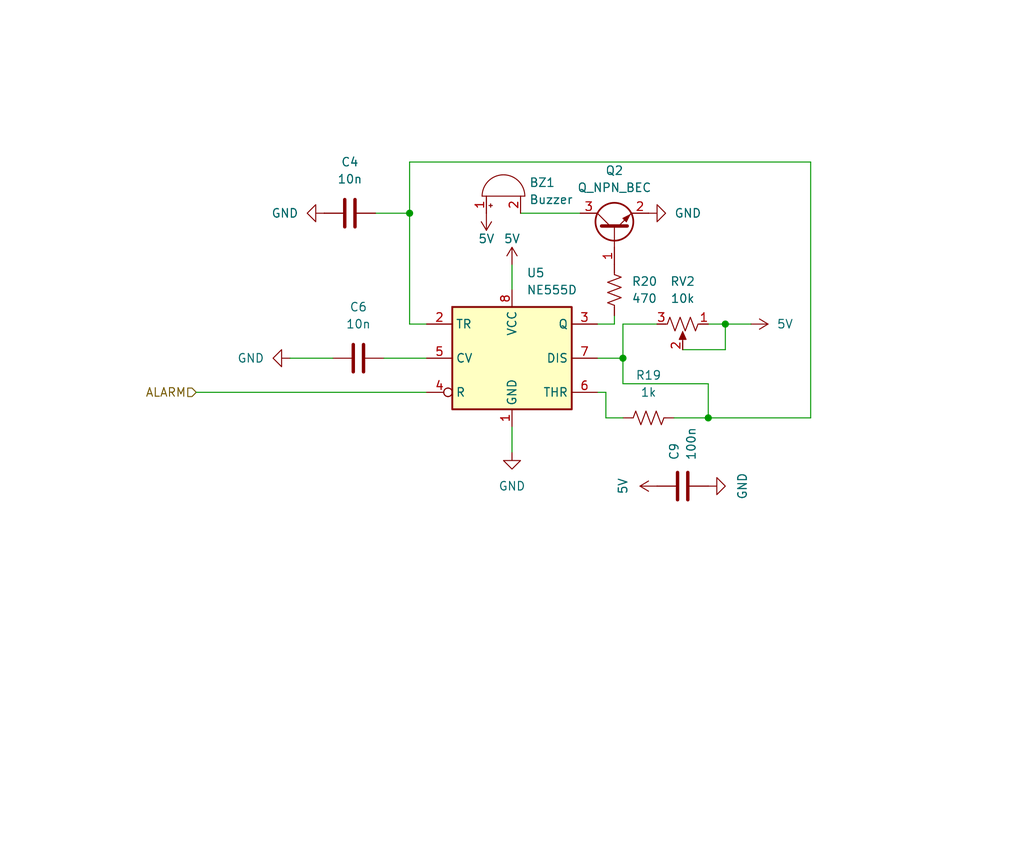
<source format=kicad_sch>
(kicad_sch
	(version 20250114)
	(generator "eeschema")
	(generator_version "9.0")
	(uuid "fe56d965-2a55-4608-87f5-5c410fe00866")
	(paper "User" 152.4 127)
	(lib_symbols
		(symbol "Device:Buzzer"
			(pin_names
				(offset 0.0254)
				(hide yes)
			)
			(exclude_from_sim no)
			(in_bom yes)
			(on_board yes)
			(property "Reference" "BZ"
				(at 3.81 1.27 0)
				(effects
					(font
						(size 1.27 1.27)
					)
					(justify left)
				)
			)
			(property "Value" "Buzzer"
				(at 3.81 -1.27 0)
				(effects
					(font
						(size 1.27 1.27)
					)
					(justify left)
				)
			)
			(property "Footprint" ""
				(at -0.635 2.54 90)
				(effects
					(font
						(size 1.27 1.27)
					)
					(hide yes)
				)
			)
			(property "Datasheet" "~"
				(at -0.635 2.54 90)
				(effects
					(font
						(size 1.27 1.27)
					)
					(hide yes)
				)
			)
			(property "Description" "Buzzer, polarized"
				(at 0 0 0)
				(effects
					(font
						(size 1.27 1.27)
					)
					(hide yes)
				)
			)
			(property "ki_keywords" "quartz resonator ceramic"
				(at 0 0 0)
				(effects
					(font
						(size 1.27 1.27)
					)
					(hide yes)
				)
			)
			(property "ki_fp_filters" "*Buzzer*"
				(at 0 0 0)
				(effects
					(font
						(size 1.27 1.27)
					)
					(hide yes)
				)
			)
			(symbol "Buzzer_0_1"
				(polyline
					(pts
						(xy -1.651 1.905) (xy -1.143 1.905)
					)
					(stroke
						(width 0)
						(type default)
					)
					(fill
						(type none)
					)
				)
				(polyline
					(pts
						(xy -1.397 2.159) (xy -1.397 1.651)
					)
					(stroke
						(width 0)
						(type default)
					)
					(fill
						(type none)
					)
				)
				(arc
					(start 0 3.175)
					(mid 3.1612 0)
					(end 0 -3.175)
					(stroke
						(width 0)
						(type default)
					)
					(fill
						(type none)
					)
				)
				(polyline
					(pts
						(xy 0 3.175) (xy 0 -3.175)
					)
					(stroke
						(width 0)
						(type default)
					)
					(fill
						(type none)
					)
				)
			)
			(symbol "Buzzer_1_1"
				(pin passive line
					(at -2.54 2.54 0)
					(length 2.54)
					(name "+"
						(effects
							(font
								(size 1.27 1.27)
							)
						)
					)
					(number "1"
						(effects
							(font
								(size 1.27 1.27)
							)
						)
					)
				)
				(pin passive line
					(at -2.54 -2.54 0)
					(length 2.54)
					(name "-"
						(effects
							(font
								(size 1.27 1.27)
							)
						)
					)
					(number "2"
						(effects
							(font
								(size 1.27 1.27)
							)
						)
					)
				)
			)
			(embedded_fonts no)
		)
		(symbol "Device:C"
			(pin_numbers
				(hide yes)
			)
			(pin_names
				(offset 0.254)
			)
			(exclude_from_sim no)
			(in_bom yes)
			(on_board yes)
			(property "Reference" "C"
				(at 0.635 2.54 0)
				(effects
					(font
						(size 1.27 1.27)
					)
					(justify left)
				)
			)
			(property "Value" "C"
				(at 0.635 -2.54 0)
				(effects
					(font
						(size 1.27 1.27)
					)
					(justify left)
				)
			)
			(property "Footprint" ""
				(at 0.9652 -3.81 0)
				(effects
					(font
						(size 1.27 1.27)
					)
					(hide yes)
				)
			)
			(property "Datasheet" "~"
				(at 0 0 0)
				(effects
					(font
						(size 1.27 1.27)
					)
					(hide yes)
				)
			)
			(property "Description" "Unpolarized capacitor"
				(at 0 0 0)
				(effects
					(font
						(size 1.27 1.27)
					)
					(hide yes)
				)
			)
			(property "ki_keywords" "cap capacitor"
				(at 0 0 0)
				(effects
					(font
						(size 1.27 1.27)
					)
					(hide yes)
				)
			)
			(property "ki_fp_filters" "C_*"
				(at 0 0 0)
				(effects
					(font
						(size 1.27 1.27)
					)
					(hide yes)
				)
			)
			(symbol "C_0_1"
				(polyline
					(pts
						(xy -2.032 0.762) (xy 2.032 0.762)
					)
					(stroke
						(width 0.508)
						(type default)
					)
					(fill
						(type none)
					)
				)
				(polyline
					(pts
						(xy -2.032 -0.762) (xy 2.032 -0.762)
					)
					(stroke
						(width 0.508)
						(type default)
					)
					(fill
						(type none)
					)
				)
			)
			(symbol "C_1_1"
				(pin passive line
					(at 0 3.81 270)
					(length 2.794)
					(name "~"
						(effects
							(font
								(size 1.27 1.27)
							)
						)
					)
					(number "1"
						(effects
							(font
								(size 1.27 1.27)
							)
						)
					)
				)
				(pin passive line
					(at 0 -3.81 90)
					(length 2.794)
					(name "~"
						(effects
							(font
								(size 1.27 1.27)
							)
						)
					)
					(number "2"
						(effects
							(font
								(size 1.27 1.27)
							)
						)
					)
				)
			)
			(embedded_fonts no)
		)
		(symbol "Device:R_Potentiometer_US"
			(pin_names
				(offset 1.016)
				(hide yes)
			)
			(exclude_from_sim no)
			(in_bom yes)
			(on_board yes)
			(property "Reference" "RV"
				(at -4.445 0 90)
				(effects
					(font
						(size 1.27 1.27)
					)
				)
			)
			(property "Value" "R_Potentiometer_US"
				(at -2.54 0 90)
				(effects
					(font
						(size 1.27 1.27)
					)
				)
			)
			(property "Footprint" ""
				(at 0 0 0)
				(effects
					(font
						(size 1.27 1.27)
					)
					(hide yes)
				)
			)
			(property "Datasheet" "~"
				(at 0 0 0)
				(effects
					(font
						(size 1.27 1.27)
					)
					(hide yes)
				)
			)
			(property "Description" "Potentiometer, US symbol"
				(at 0 0 0)
				(effects
					(font
						(size 1.27 1.27)
					)
					(hide yes)
				)
			)
			(property "ki_keywords" "resistor variable"
				(at 0 0 0)
				(effects
					(font
						(size 1.27 1.27)
					)
					(hide yes)
				)
			)
			(property "ki_fp_filters" "Potentiometer*"
				(at 0 0 0)
				(effects
					(font
						(size 1.27 1.27)
					)
					(hide yes)
				)
			)
			(symbol "R_Potentiometer_US_0_1"
				(polyline
					(pts
						(xy 0 2.54) (xy 0 2.286)
					)
					(stroke
						(width 0)
						(type default)
					)
					(fill
						(type none)
					)
				)
				(polyline
					(pts
						(xy 0 2.286) (xy 1.016 1.905) (xy 0 1.524) (xy -1.016 1.143) (xy 0 0.762)
					)
					(stroke
						(width 0)
						(type default)
					)
					(fill
						(type none)
					)
				)
				(polyline
					(pts
						(xy 0 0.762) (xy 1.016 0.381) (xy 0 0) (xy -1.016 -0.381) (xy 0 -0.762)
					)
					(stroke
						(width 0)
						(type default)
					)
					(fill
						(type none)
					)
				)
				(polyline
					(pts
						(xy 0 -0.762) (xy 1.016 -1.143) (xy 0 -1.524) (xy -1.016 -1.905) (xy 0 -2.286)
					)
					(stroke
						(width 0)
						(type default)
					)
					(fill
						(type none)
					)
				)
				(polyline
					(pts
						(xy 0 -2.286) (xy 0 -2.54)
					)
					(stroke
						(width 0)
						(type default)
					)
					(fill
						(type none)
					)
				)
				(polyline
					(pts
						(xy 1.143 0) (xy 2.286 0.508) (xy 2.286 -0.508) (xy 1.143 0)
					)
					(stroke
						(width 0)
						(type default)
					)
					(fill
						(type outline)
					)
				)
				(polyline
					(pts
						(xy 2.54 0) (xy 1.524 0)
					)
					(stroke
						(width 0)
						(type default)
					)
					(fill
						(type none)
					)
				)
			)
			(symbol "R_Potentiometer_US_1_1"
				(pin passive line
					(at 0 3.81 270)
					(length 1.27)
					(name "1"
						(effects
							(font
								(size 1.27 1.27)
							)
						)
					)
					(number "1"
						(effects
							(font
								(size 1.27 1.27)
							)
						)
					)
				)
				(pin passive line
					(at 0 -3.81 90)
					(length 1.27)
					(name "3"
						(effects
							(font
								(size 1.27 1.27)
							)
						)
					)
					(number "3"
						(effects
							(font
								(size 1.27 1.27)
							)
						)
					)
				)
				(pin passive line
					(at 3.81 0 180)
					(length 1.27)
					(name "2"
						(effects
							(font
								(size 1.27 1.27)
							)
						)
					)
					(number "2"
						(effects
							(font
								(size 1.27 1.27)
							)
						)
					)
				)
			)
			(embedded_fonts no)
		)
		(symbol "Device:R_US"
			(pin_numbers
				(hide yes)
			)
			(pin_names
				(offset 0)
			)
			(exclude_from_sim no)
			(in_bom yes)
			(on_board yes)
			(property "Reference" "R"
				(at 2.54 0 90)
				(effects
					(font
						(size 1.27 1.27)
					)
				)
			)
			(property "Value" "R_US"
				(at -2.54 0 90)
				(effects
					(font
						(size 1.27 1.27)
					)
				)
			)
			(property "Footprint" ""
				(at 1.016 -0.254 90)
				(effects
					(font
						(size 1.27 1.27)
					)
					(hide yes)
				)
			)
			(property "Datasheet" "~"
				(at 0 0 0)
				(effects
					(font
						(size 1.27 1.27)
					)
					(hide yes)
				)
			)
			(property "Description" "Resistor, US symbol"
				(at 0 0 0)
				(effects
					(font
						(size 1.27 1.27)
					)
					(hide yes)
				)
			)
			(property "ki_keywords" "R res resistor"
				(at 0 0 0)
				(effects
					(font
						(size 1.27 1.27)
					)
					(hide yes)
				)
			)
			(property "ki_fp_filters" "R_*"
				(at 0 0 0)
				(effects
					(font
						(size 1.27 1.27)
					)
					(hide yes)
				)
			)
			(symbol "R_US_0_1"
				(polyline
					(pts
						(xy 0 2.286) (xy 0 2.54)
					)
					(stroke
						(width 0)
						(type default)
					)
					(fill
						(type none)
					)
				)
				(polyline
					(pts
						(xy 0 2.286) (xy 1.016 1.905) (xy 0 1.524) (xy -1.016 1.143) (xy 0 0.762)
					)
					(stroke
						(width 0)
						(type default)
					)
					(fill
						(type none)
					)
				)
				(polyline
					(pts
						(xy 0 0.762) (xy 1.016 0.381) (xy 0 0) (xy -1.016 -0.381) (xy 0 -0.762)
					)
					(stroke
						(width 0)
						(type default)
					)
					(fill
						(type none)
					)
				)
				(polyline
					(pts
						(xy 0 -0.762) (xy 1.016 -1.143) (xy 0 -1.524) (xy -1.016 -1.905) (xy 0 -2.286)
					)
					(stroke
						(width 0)
						(type default)
					)
					(fill
						(type none)
					)
				)
				(polyline
					(pts
						(xy 0 -2.286) (xy 0 -2.54)
					)
					(stroke
						(width 0)
						(type default)
					)
					(fill
						(type none)
					)
				)
			)
			(symbol "R_US_1_1"
				(pin passive line
					(at 0 3.81 270)
					(length 1.27)
					(name "~"
						(effects
							(font
								(size 1.27 1.27)
							)
						)
					)
					(number "1"
						(effects
							(font
								(size 1.27 1.27)
							)
						)
					)
				)
				(pin passive line
					(at 0 -3.81 90)
					(length 1.27)
					(name "~"
						(effects
							(font
								(size 1.27 1.27)
							)
						)
					)
					(number "2"
						(effects
							(font
								(size 1.27 1.27)
							)
						)
					)
				)
			)
			(embedded_fonts no)
		)
		(symbol "Timer:NE555D"
			(exclude_from_sim no)
			(in_bom yes)
			(on_board yes)
			(property "Reference" "U"
				(at -10.16 8.89 0)
				(effects
					(font
						(size 1.27 1.27)
					)
					(justify left)
				)
			)
			(property "Value" "NE555D"
				(at 2.54 8.89 0)
				(effects
					(font
						(size 1.27 1.27)
					)
					(justify left)
				)
			)
			(property "Footprint" "Package_SO:SOIC-8_3.9x4.9mm_P1.27mm"
				(at 21.59 -10.16 0)
				(effects
					(font
						(size 1.27 1.27)
					)
					(hide yes)
				)
			)
			(property "Datasheet" "http://www.ti.com/lit/ds/symlink/ne555.pdf"
				(at 21.59 -10.16 0)
				(effects
					(font
						(size 1.27 1.27)
					)
					(hide yes)
				)
			)
			(property "Description" "Precision Timers, 555 compatible, SOIC-8"
				(at 0 0 0)
				(effects
					(font
						(size 1.27 1.27)
					)
					(hide yes)
				)
			)
			(property "ki_keywords" "single timer 555"
				(at 0 0 0)
				(effects
					(font
						(size 1.27 1.27)
					)
					(hide yes)
				)
			)
			(property "ki_fp_filters" "SOIC*3.9x4.9mm*P1.27mm*"
				(at 0 0 0)
				(effects
					(font
						(size 1.27 1.27)
					)
					(hide yes)
				)
			)
			(symbol "NE555D_0_0"
				(pin power_in line
					(at 0 10.16 270)
					(length 2.54)
					(name "VCC"
						(effects
							(font
								(size 1.27 1.27)
							)
						)
					)
					(number "8"
						(effects
							(font
								(size 1.27 1.27)
							)
						)
					)
				)
				(pin power_in line
					(at 0 -10.16 90)
					(length 2.54)
					(name "GND"
						(effects
							(font
								(size 1.27 1.27)
							)
						)
					)
					(number "1"
						(effects
							(font
								(size 1.27 1.27)
							)
						)
					)
				)
			)
			(symbol "NE555D_0_1"
				(rectangle
					(start -8.89 -7.62)
					(end 8.89 7.62)
					(stroke
						(width 0.254)
						(type default)
					)
					(fill
						(type background)
					)
				)
				(rectangle
					(start -8.89 -7.62)
					(end 8.89 7.62)
					(stroke
						(width 0.254)
						(type default)
					)
					(fill
						(type background)
					)
				)
			)
			(symbol "NE555D_1_1"
				(pin input line
					(at -12.7 5.08 0)
					(length 3.81)
					(name "TR"
						(effects
							(font
								(size 1.27 1.27)
							)
						)
					)
					(number "2"
						(effects
							(font
								(size 1.27 1.27)
							)
						)
					)
				)
				(pin input line
					(at -12.7 0 0)
					(length 3.81)
					(name "CV"
						(effects
							(font
								(size 1.27 1.27)
							)
						)
					)
					(number "5"
						(effects
							(font
								(size 1.27 1.27)
							)
						)
					)
				)
				(pin input inverted
					(at -12.7 -5.08 0)
					(length 3.81)
					(name "R"
						(effects
							(font
								(size 1.27 1.27)
							)
						)
					)
					(number "4"
						(effects
							(font
								(size 1.27 1.27)
							)
						)
					)
				)
				(pin output line
					(at 12.7 5.08 180)
					(length 3.81)
					(name "Q"
						(effects
							(font
								(size 1.27 1.27)
							)
						)
					)
					(number "3"
						(effects
							(font
								(size 1.27 1.27)
							)
						)
					)
				)
				(pin input line
					(at 12.7 0 180)
					(length 3.81)
					(name "DIS"
						(effects
							(font
								(size 1.27 1.27)
							)
						)
					)
					(number "7"
						(effects
							(font
								(size 1.27 1.27)
							)
						)
					)
				)
				(pin input line
					(at 12.7 -5.08 180)
					(length 3.81)
					(name "THR"
						(effects
							(font
								(size 1.27 1.27)
							)
						)
					)
					(number "6"
						(effects
							(font
								(size 1.27 1.27)
							)
						)
					)
				)
			)
			(embedded_fonts no)
		)
		(symbol "Transistor_BJT:Q_NPN_BEC"
			(pin_names
				(offset 0)
				(hide yes)
			)
			(exclude_from_sim no)
			(in_bom yes)
			(on_board yes)
			(property "Reference" "Q"
				(at 5.08 1.27 0)
				(effects
					(font
						(size 1.27 1.27)
					)
					(justify left)
				)
			)
			(property "Value" "Q_NPN_BEC"
				(at 5.08 -1.27 0)
				(effects
					(font
						(size 1.27 1.27)
					)
					(justify left)
				)
			)
			(property "Footprint" ""
				(at 5.08 2.54 0)
				(effects
					(font
						(size 1.27 1.27)
					)
					(hide yes)
				)
			)
			(property "Datasheet" "~"
				(at 0 0 0)
				(effects
					(font
						(size 1.27 1.27)
					)
					(hide yes)
				)
			)
			(property "Description" "NPN transistor, base/emitter/collector"
				(at 0 0 0)
				(effects
					(font
						(size 1.27 1.27)
					)
					(hide yes)
				)
			)
			(property "ki_keywords" "BJT"
				(at 0 0 0)
				(effects
					(font
						(size 1.27 1.27)
					)
					(hide yes)
				)
			)
			(symbol "Q_NPN_BEC_0_1"
				(polyline
					(pts
						(xy -2.54 0) (xy 0.635 0)
					)
					(stroke
						(width 0)
						(type default)
					)
					(fill
						(type none)
					)
				)
				(polyline
					(pts
						(xy 0.635 1.905) (xy 0.635 -1.905)
					)
					(stroke
						(width 0.508)
						(type default)
					)
					(fill
						(type none)
					)
				)
				(circle
					(center 1.27 0)
					(radius 2.8194)
					(stroke
						(width 0.254)
						(type default)
					)
					(fill
						(type none)
					)
				)
			)
			(symbol "Q_NPN_BEC_1_1"
				(polyline
					(pts
						(xy 0.635 0.635) (xy 2.54 2.54)
					)
					(stroke
						(width 0)
						(type default)
					)
					(fill
						(type none)
					)
				)
				(polyline
					(pts
						(xy 0.635 -0.635) (xy 2.54 -2.54)
					)
					(stroke
						(width 0)
						(type default)
					)
					(fill
						(type none)
					)
				)
				(polyline
					(pts
						(xy 1.27 -1.778) (xy 1.778 -1.27) (xy 2.286 -2.286) (xy 1.27 -1.778)
					)
					(stroke
						(width 0)
						(type default)
					)
					(fill
						(type outline)
					)
				)
				(pin input line
					(at -5.08 0 0)
					(length 2.54)
					(name "B"
						(effects
							(font
								(size 1.27 1.27)
							)
						)
					)
					(number "1"
						(effects
							(font
								(size 1.27 1.27)
							)
						)
					)
				)
				(pin passive line
					(at 2.54 5.08 270)
					(length 2.54)
					(name "C"
						(effects
							(font
								(size 1.27 1.27)
							)
						)
					)
					(number "3"
						(effects
							(font
								(size 1.27 1.27)
							)
						)
					)
				)
				(pin passive line
					(at 2.54 -5.08 90)
					(length 2.54)
					(name "E"
						(effects
							(font
								(size 1.27 1.27)
							)
						)
					)
					(number "2"
						(effects
							(font
								(size 1.27 1.27)
							)
						)
					)
				)
			)
			(embedded_fonts no)
		)
		(symbol "power:GND"
			(power)
			(pin_numbers
				(hide yes)
			)
			(pin_names
				(offset 0)
				(hide yes)
			)
			(exclude_from_sim no)
			(in_bom yes)
			(on_board yes)
			(property "Reference" "#PWR"
				(at 0 -6.35 0)
				(effects
					(font
						(size 1.27 1.27)
					)
					(hide yes)
				)
			)
			(property "Value" "GND"
				(at 0 -3.81 0)
				(effects
					(font
						(size 1.27 1.27)
					)
				)
			)
			(property "Footprint" ""
				(at 0 0 0)
				(effects
					(font
						(size 1.27 1.27)
					)
					(hide yes)
				)
			)
			(property "Datasheet" ""
				(at 0 0 0)
				(effects
					(font
						(size 1.27 1.27)
					)
					(hide yes)
				)
			)
			(property "Description" "Power symbol creates a global label with name \"GND\" , ground"
				(at 0 0 0)
				(effects
					(font
						(size 1.27 1.27)
					)
					(hide yes)
				)
			)
			(property "ki_keywords" "global power"
				(at 0 0 0)
				(effects
					(font
						(size 1.27 1.27)
					)
					(hide yes)
				)
			)
			(symbol "GND_0_1"
				(polyline
					(pts
						(xy 0 0) (xy 0 -1.27) (xy 1.27 -1.27) (xy 0 -2.54) (xy -1.27 -1.27) (xy 0 -1.27)
					)
					(stroke
						(width 0)
						(type default)
					)
					(fill
						(type none)
					)
				)
			)
			(symbol "GND_1_1"
				(pin power_in line
					(at 0 0 270)
					(length 0)
					(name "~"
						(effects
							(font
								(size 1.27 1.27)
							)
						)
					)
					(number "1"
						(effects
							(font
								(size 1.27 1.27)
							)
						)
					)
				)
			)
			(embedded_fonts no)
		)
		(symbol "power:VCC"
			(power)
			(pin_numbers
				(hide yes)
			)
			(pin_names
				(offset 0)
				(hide yes)
			)
			(exclude_from_sim no)
			(in_bom yes)
			(on_board yes)
			(property "Reference" "#PWR"
				(at 0 -3.81 0)
				(effects
					(font
						(size 1.27 1.27)
					)
					(hide yes)
				)
			)
			(property "Value" "VCC"
				(at 0 3.556 0)
				(effects
					(font
						(size 1.27 1.27)
					)
				)
			)
			(property "Footprint" ""
				(at 0 0 0)
				(effects
					(font
						(size 1.27 1.27)
					)
					(hide yes)
				)
			)
			(property "Datasheet" ""
				(at 0 0 0)
				(effects
					(font
						(size 1.27 1.27)
					)
					(hide yes)
				)
			)
			(property "Description" "Power symbol creates a global label with name \"VCC\""
				(at 0 0 0)
				(effects
					(font
						(size 1.27 1.27)
					)
					(hide yes)
				)
			)
			(property "ki_keywords" "global power"
				(at 0 0 0)
				(effects
					(font
						(size 1.27 1.27)
					)
					(hide yes)
				)
			)
			(symbol "VCC_0_1"
				(polyline
					(pts
						(xy -0.762 1.27) (xy 0 2.54)
					)
					(stroke
						(width 0)
						(type default)
					)
					(fill
						(type none)
					)
				)
				(polyline
					(pts
						(xy 0 2.54) (xy 0.762 1.27)
					)
					(stroke
						(width 0)
						(type default)
					)
					(fill
						(type none)
					)
				)
				(polyline
					(pts
						(xy 0 0) (xy 0 2.54)
					)
					(stroke
						(width 0)
						(type default)
					)
					(fill
						(type none)
					)
				)
			)
			(symbol "VCC_1_1"
				(pin power_in line
					(at 0 0 90)
					(length 0)
					(name "~"
						(effects
							(font
								(size 1.27 1.27)
							)
						)
					)
					(number "1"
						(effects
							(font
								(size 1.27 1.27)
							)
						)
					)
				)
			)
			(embedded_fonts no)
		)
	)
	(junction
		(at 105.41 62.23)
		(diameter 0)
		(color 0 0 0 0)
		(uuid "09a58041-5367-4152-b108-8ac8531765ca")
	)
	(junction
		(at 92.71 53.34)
		(diameter 0)
		(color 0 0 0 0)
		(uuid "389ae017-10d3-4745-98f3-f944366c1a33")
	)
	(junction
		(at 60.96 31.75)
		(diameter 0)
		(color 0 0 0 0)
		(uuid "9800a5cd-fbc6-4acb-b11c-ec1baf77b6fc")
	)
	(junction
		(at 107.95 48.26)
		(diameter 0)
		(color 0 0 0 0)
		(uuid "f381b2a7-c595-4400-aadf-ec8dfff4fdff")
	)
	(wire
		(pts
			(xy 60.96 24.13) (xy 60.96 31.75)
		)
		(stroke
			(width 0)
			(type default)
		)
		(uuid "1068edf5-7551-4a08-8f35-8a630496c923")
	)
	(wire
		(pts
			(xy 88.9 48.26) (xy 91.44 48.26)
		)
		(stroke
			(width 0)
			(type default)
		)
		(uuid "10f09731-9a7f-4948-9cbe-ed3a944e8526")
	)
	(wire
		(pts
			(xy 92.71 57.15) (xy 92.71 53.34)
		)
		(stroke
			(width 0)
			(type default)
		)
		(uuid "10f835ce-1c1f-429d-acde-11360bff73a8")
	)
	(wire
		(pts
			(xy 91.44 48.26) (xy 91.44 46.99)
		)
		(stroke
			(width 0)
			(type default)
		)
		(uuid "1c56ddce-8df2-41ee-8397-a94d71bd9d13")
	)
	(wire
		(pts
			(xy 60.96 48.26) (xy 63.5 48.26)
		)
		(stroke
			(width 0)
			(type default)
		)
		(uuid "2a0c7811-3df7-4b77-89bd-8327d8eb856d")
	)
	(wire
		(pts
			(xy 57.15 53.34) (xy 63.5 53.34)
		)
		(stroke
			(width 0)
			(type default)
		)
		(uuid "44f92f36-7544-4d57-a6dd-c4e0be95d11b")
	)
	(wire
		(pts
			(xy 105.41 62.23) (xy 105.41 57.15)
		)
		(stroke
			(width 0)
			(type default)
		)
		(uuid "472fbf52-fe91-42cc-b86d-4b9ff54e454f")
	)
	(wire
		(pts
			(xy 92.71 48.26) (xy 92.71 53.34)
		)
		(stroke
			(width 0)
			(type default)
		)
		(uuid "4896248d-9175-4c15-8e2b-591ffdd9a869")
	)
	(wire
		(pts
			(xy 76.2 39.37) (xy 76.2 43.18)
		)
		(stroke
			(width 0)
			(type default)
		)
		(uuid "4c650335-5d44-41d8-ab80-cb831ccaf2fb")
	)
	(wire
		(pts
			(xy 88.9 58.42) (xy 90.17 58.42)
		)
		(stroke
			(width 0)
			(type default)
		)
		(uuid "4e75595a-a6a3-4f26-819f-4ba889487576")
	)
	(wire
		(pts
			(xy 43.18 53.34) (xy 49.53 53.34)
		)
		(stroke
			(width 0)
			(type default)
		)
		(uuid "5a742d39-ced5-449e-a852-75abd5b0a225")
	)
	(wire
		(pts
			(xy 77.47 31.75) (xy 86.36 31.75)
		)
		(stroke
			(width 0)
			(type default)
		)
		(uuid "5b531e6d-5ff5-4598-97db-d5aae8da0b99")
	)
	(wire
		(pts
			(xy 60.96 24.13) (xy 120.65 24.13)
		)
		(stroke
			(width 0)
			(type default)
		)
		(uuid "5d85a766-dc45-4a9b-ba50-227bc6987912")
	)
	(wire
		(pts
			(xy 105.41 62.23) (xy 120.65 62.23)
		)
		(stroke
			(width 0)
			(type default)
		)
		(uuid "5dcddf6d-0cd1-4c66-8e1c-6ff61c14b7d7")
	)
	(wire
		(pts
			(xy 76.2 63.5) (xy 76.2 67.31)
		)
		(stroke
			(width 0)
			(type default)
		)
		(uuid "644ff950-4dca-4f39-b3d8-f3fb8f8233b0")
	)
	(wire
		(pts
			(xy 90.17 62.23) (xy 92.71 62.23)
		)
		(stroke
			(width 0)
			(type default)
		)
		(uuid "65fafc19-9707-4c0d-9f38-8fb89acd4f99")
	)
	(wire
		(pts
			(xy 107.95 48.26) (xy 107.95 52.07)
		)
		(stroke
			(width 0)
			(type default)
		)
		(uuid "b25eb3d3-ca3f-4645-85b5-9f00724a2606")
	)
	(wire
		(pts
			(xy 29.21 58.42) (xy 63.5 58.42)
		)
		(stroke
			(width 0)
			(type default)
		)
		(uuid "bac6dbe8-9f0b-4157-b67e-c48849838b54")
	)
	(wire
		(pts
			(xy 55.88 31.75) (xy 60.96 31.75)
		)
		(stroke
			(width 0)
			(type default)
		)
		(uuid "c5c81263-25ec-46f6-9cba-ff6cf5af4d17")
	)
	(wire
		(pts
			(xy 107.95 48.26) (xy 111.76 48.26)
		)
		(stroke
			(width 0)
			(type default)
		)
		(uuid "c838d746-5e42-459e-b6b6-eb3b3f3149ab")
	)
	(wire
		(pts
			(xy 60.96 48.26) (xy 60.96 31.75)
		)
		(stroke
			(width 0)
			(type default)
		)
		(uuid "ca3b5d49-1659-4fbb-9180-70ccb6c96f61")
	)
	(wire
		(pts
			(xy 92.71 48.26) (xy 97.79 48.26)
		)
		(stroke
			(width 0)
			(type default)
		)
		(uuid "ca3d65ba-5443-400f-9cbb-e971d827682b")
	)
	(wire
		(pts
			(xy 101.6 52.07) (xy 107.95 52.07)
		)
		(stroke
			(width 0)
			(type default)
		)
		(uuid "d47a47b9-fded-4c7c-96ef-18433850e7a7")
	)
	(wire
		(pts
			(xy 100.33 62.23) (xy 105.41 62.23)
		)
		(stroke
			(width 0)
			(type default)
		)
		(uuid "d4cf0b15-6354-4c5d-adaa-27c495c2c7e4")
	)
	(wire
		(pts
			(xy 105.41 48.26) (xy 107.95 48.26)
		)
		(stroke
			(width 0)
			(type default)
		)
		(uuid "e7795d9d-66a9-4742-8272-8a8baa1d5801")
	)
	(wire
		(pts
			(xy 120.65 62.23) (xy 120.65 24.13)
		)
		(stroke
			(width 0)
			(type default)
		)
		(uuid "f2ca16c8-c14b-4c25-a379-e8096beacbbc")
	)
	(wire
		(pts
			(xy 105.41 57.15) (xy 92.71 57.15)
		)
		(stroke
			(width 0)
			(type default)
		)
		(uuid "f6581041-07bc-4636-805e-82c5dc18fcf4")
	)
	(wire
		(pts
			(xy 90.17 58.42) (xy 90.17 62.23)
		)
		(stroke
			(width 0)
			(type default)
		)
		(uuid "f89d2a7b-bb18-4949-98d4-44adee35e61b")
	)
	(wire
		(pts
			(xy 92.71 53.34) (xy 88.9 53.34)
		)
		(stroke
			(width 0)
			(type default)
		)
		(uuid "fae71cf9-66f3-4685-a050-c0611823265b")
	)
	(hierarchical_label "ALARM"
		(shape input)
		(at 29.21 58.42 180)
		(effects
			(font
				(size 1.27 1.27)
			)
			(justify right)
		)
		(uuid "9f618b14-07ef-408e-83d1-9024362781c1")
	)
	(symbol
		(lib_id "power:VCC")
		(at 72.39 31.75 180)
		(unit 1)
		(exclude_from_sim no)
		(in_bom yes)
		(on_board yes)
		(dnp no)
		(uuid "0bb389d5-7e77-44c4-ae5d-08f45fda1d2c")
		(property "Reference" "#PWR032"
			(at 72.39 27.94 0)
			(effects
				(font
					(size 1.27 1.27)
				)
				(hide yes)
			)
		)
		(property "Value" "5V"
			(at 72.39 35.56 0)
			(effects
				(font
					(size 1.27 1.27)
				)
			)
		)
		(property "Footprint" ""
			(at 72.39 31.75 0)
			(effects
				(font
					(size 1.27 1.27)
				)
				(hide yes)
			)
		)
		(property "Datasheet" ""
			(at 72.39 31.75 0)
			(effects
				(font
					(size 1.27 1.27)
				)
				(hide yes)
			)
		)
		(property "Description" "Power symbol creates a global label with name \"VCC\""
			(at 72.39 31.75 0)
			(effects
				(font
					(size 1.27 1.27)
				)
				(hide yes)
			)
		)
		(pin "1"
			(uuid "5f929706-2b39-4e02-9dad-97d101ceefcf")
		)
		(instances
			(project "board"
				(path "/b7e46b49-ef9f-4f28-8032-5d189d1635e8/3ec600a3-3a7c-4649-a4d5-3d47a7a9c447"
					(reference "#PWR032")
					(unit 1)
				)
			)
		)
	)
	(symbol
		(lib_id "Device:Buzzer")
		(at 74.93 29.21 90)
		(unit 1)
		(exclude_from_sim no)
		(in_bom yes)
		(on_board yes)
		(dnp no)
		(fields_autoplaced yes)
		(uuid "0c47677c-f9b9-4ac1-bef3-731a17b933f7")
		(property "Reference" "BZ1"
			(at 78.74 27.1848 90)
			(effects
				(font
					(size 1.27 1.27)
				)
				(justify right)
			)
		)
		(property "Value" "Buzzer"
			(at 78.74 29.7248 90)
			(effects
				(font
					(size 1.27 1.27)
				)
				(justify right)
			)
		)
		(property "Footprint" "Buzzer_Beeper:MagneticBuzzer_PUI_AT-0927-TT-6-R"
			(at 72.39 29.845 90)
			(effects
				(font
					(size 1.27 1.27)
				)
				(hide yes)
			)
		)
		(property "Datasheet" "~"
			(at 72.39 29.845 90)
			(effects
				(font
					(size 1.27 1.27)
				)
				(hide yes)
			)
		)
		(property "Description" "Buzzer, polarized"
			(at 74.93 29.21 0)
			(effects
				(font
					(size 1.27 1.27)
				)
				(hide yes)
			)
		)
		(pin "2"
			(uuid "1ef3ede6-f304-4820-9d3b-5e03a1bf63b6")
		)
		(pin "1"
			(uuid "e4097e9b-16bb-4f2e-b607-be1e626da8cd")
		)
		(instances
			(project "board"
				(path "/b7e46b49-ef9f-4f28-8032-5d189d1635e8/3ec600a3-3a7c-4649-a4d5-3d47a7a9c447"
					(reference "BZ1")
					(unit 1)
				)
			)
		)
	)
	(symbol
		(lib_id "Device:R_US")
		(at 91.44 43.18 0)
		(unit 1)
		(exclude_from_sim no)
		(in_bom yes)
		(on_board yes)
		(dnp no)
		(fields_autoplaced yes)
		(uuid "21bcf533-0cb0-4278-9796-fcacb4a469c5")
		(property "Reference" "R20"
			(at 93.98 41.9099 0)
			(effects
				(font
					(size 1.27 1.27)
				)
				(justify left)
			)
		)
		(property "Value" "470"
			(at 93.98 44.4499 0)
			(effects
				(font
					(size 1.27 1.27)
				)
				(justify left)
			)
		)
		(property "Footprint" "Resistor_SMD:R_0603_1608Metric"
			(at 92.456 43.434 90)
			(effects
				(font
					(size 1.27 1.27)
				)
				(hide yes)
			)
		)
		(property "Datasheet" "~"
			(at 91.44 43.18 0)
			(effects
				(font
					(size 1.27 1.27)
				)
				(hide yes)
			)
		)
		(property "Description" "Resistor, US symbol"
			(at 91.44 43.18 0)
			(effects
				(font
					(size 1.27 1.27)
				)
				(hide yes)
			)
		)
		(pin "1"
			(uuid "ec92d6f4-4d11-49b5-8700-86c2453654d1")
		)
		(pin "2"
			(uuid "0b0c5d0b-2968-48fd-93c7-3d3725400cdf")
		)
		(instances
			(project "board"
				(path "/b7e46b49-ef9f-4f28-8032-5d189d1635e8/3ec600a3-3a7c-4649-a4d5-3d47a7a9c447"
					(reference "R20")
					(unit 1)
				)
			)
		)
	)
	(symbol
		(lib_id "power:GND")
		(at 76.2 67.31 0)
		(unit 1)
		(exclude_from_sim no)
		(in_bom yes)
		(on_board yes)
		(dnp no)
		(fields_autoplaced yes)
		(uuid "51a8e809-a101-4a7f-8ef3-d69083a15479")
		(property "Reference" "#PWR012"
			(at 76.2 73.66 0)
			(effects
				(font
					(size 1.27 1.27)
				)
				(hide yes)
			)
		)
		(property "Value" "GND"
			(at 76.2 72.39 0)
			(effects
				(font
					(size 1.27 1.27)
				)
			)
		)
		(property "Footprint" ""
			(at 76.2 67.31 0)
			(effects
				(font
					(size 1.27 1.27)
				)
				(hide yes)
			)
		)
		(property "Datasheet" ""
			(at 76.2 67.31 0)
			(effects
				(font
					(size 1.27 1.27)
				)
				(hide yes)
			)
		)
		(property "Description" "Power symbol creates a global label with name \"GND\" , ground"
			(at 76.2 67.31 0)
			(effects
				(font
					(size 1.27 1.27)
				)
				(hide yes)
			)
		)
		(pin "1"
			(uuid "df4d35c7-58d3-47b0-a201-7d24e24d23d4")
		)
		(instances
			(project "board"
				(path "/b7e46b49-ef9f-4f28-8032-5d189d1635e8/3ec600a3-3a7c-4649-a4d5-3d47a7a9c447"
					(reference "#PWR012")
					(unit 1)
				)
			)
		)
	)
	(symbol
		(lib_id "power:VCC")
		(at 111.76 48.26 270)
		(unit 1)
		(exclude_from_sim no)
		(in_bom yes)
		(on_board yes)
		(dnp no)
		(fields_autoplaced yes)
		(uuid "63620984-ed95-45de-b50a-b22859f92c76")
		(property "Reference" "#PWR035"
			(at 107.95 48.26 0)
			(effects
				(font
					(size 1.27 1.27)
				)
				(hide yes)
			)
		)
		(property "Value" "5V"
			(at 115.57 48.2599 90)
			(effects
				(font
					(size 1.27 1.27)
				)
				(justify left)
			)
		)
		(property "Footprint" ""
			(at 111.76 48.26 0)
			(effects
				(font
					(size 1.27 1.27)
				)
				(hide yes)
			)
		)
		(property "Datasheet" ""
			(at 111.76 48.26 0)
			(effects
				(font
					(size 1.27 1.27)
				)
				(hide yes)
			)
		)
		(property "Description" "Power symbol creates a global label with name \"VCC\""
			(at 111.76 48.26 0)
			(effects
				(font
					(size 1.27 1.27)
				)
				(hide yes)
			)
		)
		(pin "1"
			(uuid "c2a4bbd0-b6bb-46d7-a0df-63ae9a3e8662")
		)
		(instances
			(project "board"
				(path "/b7e46b49-ef9f-4f28-8032-5d189d1635e8/3ec600a3-3a7c-4649-a4d5-3d47a7a9c447"
					(reference "#PWR035")
					(unit 1)
				)
			)
		)
	)
	(symbol
		(lib_id "power:GND")
		(at 48.26 31.75 270)
		(unit 1)
		(exclude_from_sim no)
		(in_bom yes)
		(on_board yes)
		(dnp no)
		(fields_autoplaced yes)
		(uuid "6ec319df-18db-4dfa-aae3-3bc43432dc4c")
		(property "Reference" "#PWR030"
			(at 41.91 31.75 0)
			(effects
				(font
					(size 1.27 1.27)
				)
				(hide yes)
			)
		)
		(property "Value" "GND"
			(at 44.45 31.7499 90)
			(effects
				(font
					(size 1.27 1.27)
				)
				(justify right)
			)
		)
		(property "Footprint" ""
			(at 48.26 31.75 0)
			(effects
				(font
					(size 1.27 1.27)
				)
				(hide yes)
			)
		)
		(property "Datasheet" ""
			(at 48.26 31.75 0)
			(effects
				(font
					(size 1.27 1.27)
				)
				(hide yes)
			)
		)
		(property "Description" "Power symbol creates a global label with name \"GND\" , ground"
			(at 48.26 31.75 0)
			(effects
				(font
					(size 1.27 1.27)
				)
				(hide yes)
			)
		)
		(pin "1"
			(uuid "124cc68a-9be4-484c-834c-83b1c2fd9dbe")
		)
		(instances
			(project "board"
				(path "/b7e46b49-ef9f-4f28-8032-5d189d1635e8/3ec600a3-3a7c-4649-a4d5-3d47a7a9c447"
					(reference "#PWR030")
					(unit 1)
				)
			)
		)
	)
	(symbol
		(lib_id "Device:R_US")
		(at 96.52 62.23 270)
		(unit 1)
		(exclude_from_sim no)
		(in_bom yes)
		(on_board yes)
		(dnp no)
		(fields_autoplaced yes)
		(uuid "778ba639-a581-4ad5-9c21-c7007a9f4721")
		(property "Reference" "R19"
			(at 96.52 55.88 90)
			(effects
				(font
					(size 1.27 1.27)
				)
			)
		)
		(property "Value" "1k"
			(at 96.52 58.42 90)
			(effects
				(font
					(size 1.27 1.27)
				)
			)
		)
		(property "Footprint" "Resistor_SMD:R_0603_1608Metric"
			(at 96.266 63.246 90)
			(effects
				(font
					(size 1.27 1.27)
				)
				(hide yes)
			)
		)
		(property "Datasheet" "~"
			(at 96.52 62.23 0)
			(effects
				(font
					(size 1.27 1.27)
				)
				(hide yes)
			)
		)
		(property "Description" "Resistor, US symbol"
			(at 96.52 62.23 0)
			(effects
				(font
					(size 1.27 1.27)
				)
				(hide yes)
			)
		)
		(pin "1"
			(uuid "ed83db04-ee28-4411-af9f-98bc0515e9a6")
		)
		(pin "2"
			(uuid "b2786597-4c72-425e-83d6-7074190feb80")
		)
		(instances
			(project "board"
				(path "/b7e46b49-ef9f-4f28-8032-5d189d1635e8/3ec600a3-3a7c-4649-a4d5-3d47a7a9c447"
					(reference "R19")
					(unit 1)
				)
			)
		)
	)
	(symbol
		(lib_id "power:GND")
		(at 43.18 53.34 270)
		(unit 1)
		(exclude_from_sim no)
		(in_bom yes)
		(on_board yes)
		(dnp no)
		(fields_autoplaced yes)
		(uuid "779c5b9f-16f6-4947-ae8f-1f47a3694448")
		(property "Reference" "#PWR028"
			(at 36.83 53.34 0)
			(effects
				(font
					(size 1.27 1.27)
				)
				(hide yes)
			)
		)
		(property "Value" "GND"
			(at 39.37 53.3399 90)
			(effects
				(font
					(size 1.27 1.27)
				)
				(justify right)
			)
		)
		(property "Footprint" ""
			(at 43.18 53.34 0)
			(effects
				(font
					(size 1.27 1.27)
				)
				(hide yes)
			)
		)
		(property "Datasheet" ""
			(at 43.18 53.34 0)
			(effects
				(font
					(size 1.27 1.27)
				)
				(hide yes)
			)
		)
		(property "Description" "Power symbol creates a global label with name \"GND\" , ground"
			(at 43.18 53.34 0)
			(effects
				(font
					(size 1.27 1.27)
				)
				(hide yes)
			)
		)
		(pin "1"
			(uuid "88e7c5c8-6c83-41a4-bd89-7990ca2bf111")
		)
		(instances
			(project "board"
				(path "/b7e46b49-ef9f-4f28-8032-5d189d1635e8/3ec600a3-3a7c-4649-a4d5-3d47a7a9c447"
					(reference "#PWR028")
					(unit 1)
				)
			)
		)
	)
	(symbol
		(lib_id "Device:R_Potentiometer_US")
		(at 101.6 48.26 270)
		(unit 1)
		(exclude_from_sim no)
		(in_bom yes)
		(on_board yes)
		(dnp no)
		(fields_autoplaced yes)
		(uuid "8cd094b8-34bc-4be3-ba02-5e90346979f2")
		(property "Reference" "RV2"
			(at 101.6 41.91 90)
			(effects
				(font
					(size 1.27 1.27)
				)
			)
		)
		(property "Value" "10k"
			(at 101.6 44.45 90)
			(effects
				(font
					(size 1.27 1.27)
				)
			)
		)
		(property "Footprint" "Potentiometer_THT:Potentiometer_Piher_PT-6-V_Vertical"
			(at 101.6 48.26 0)
			(effects
				(font
					(size 1.27 1.27)
				)
				(hide yes)
			)
		)
		(property "Datasheet" "~"
			(at 101.6 48.26 0)
			(effects
				(font
					(size 1.27 1.27)
				)
				(hide yes)
			)
		)
		(property "Description" "Potentiometer, US symbol"
			(at 101.6 48.26 0)
			(effects
				(font
					(size 1.27 1.27)
				)
				(hide yes)
			)
		)
		(pin "3"
			(uuid "2ee36b2d-28ad-4234-92f6-4b1907e27944")
		)
		(pin "1"
			(uuid "f66fd016-2646-4113-9687-d2be03617461")
		)
		(pin "2"
			(uuid "955ad955-25ce-4f1c-a6f1-5b61de6fe221")
		)
		(instances
			(project "board"
				(path "/b7e46b49-ef9f-4f28-8032-5d189d1635e8/3ec600a3-3a7c-4649-a4d5-3d47a7a9c447"
					(reference "RV2")
					(unit 1)
				)
			)
		)
	)
	(symbol
		(lib_id "power:GND")
		(at 105.41 72.39 90)
		(unit 1)
		(exclude_from_sim no)
		(in_bom yes)
		(on_board yes)
		(dnp no)
		(fields_autoplaced yes)
		(uuid "8ef6769b-3a63-4606-ad0f-d2e0e41fd4a5")
		(property "Reference" "#PWR034"
			(at 111.76 72.39 0)
			(effects
				(font
					(size 1.27 1.27)
				)
				(hide yes)
			)
		)
		(property "Value" "GND"
			(at 110.49 72.39 0)
			(effects
				(font
					(size 1.27 1.27)
				)
			)
		)
		(property "Footprint" ""
			(at 105.41 72.39 0)
			(effects
				(font
					(size 1.27 1.27)
				)
				(hide yes)
			)
		)
		(property "Datasheet" ""
			(at 105.41 72.39 0)
			(effects
				(font
					(size 1.27 1.27)
				)
				(hide yes)
			)
		)
		(property "Description" "Power symbol creates a global label with name \"GND\" , ground"
			(at 105.41 72.39 0)
			(effects
				(font
					(size 1.27 1.27)
				)
				(hide yes)
			)
		)
		(pin "1"
			(uuid "904223e1-7aa0-4697-9fc0-e5f1e4b6c230")
		)
		(instances
			(project "board"
				(path "/b7e46b49-ef9f-4f28-8032-5d189d1635e8/3ec600a3-3a7c-4649-a4d5-3d47a7a9c447"
					(reference "#PWR034")
					(unit 1)
				)
			)
		)
	)
	(symbol
		(lib_id "Timer:NE555D")
		(at 76.2 53.34 0)
		(unit 1)
		(exclude_from_sim no)
		(in_bom yes)
		(on_board yes)
		(dnp no)
		(fields_autoplaced yes)
		(uuid "93ccbf96-f400-45f7-9613-cbd8e7b0acd4")
		(property "Reference" "U5"
			(at 78.3433 40.64 0)
			(effects
				(font
					(size 1.27 1.27)
				)
				(justify left)
			)
		)
		(property "Value" "NE555D"
			(at 78.3433 43.18 0)
			(effects
				(font
					(size 1.27 1.27)
				)
				(justify left)
			)
		)
		(property "Footprint" "Package_SO:SOIC-8_3.9x4.9mm_P1.27mm"
			(at 97.79 63.5 0)
			(effects
				(font
					(size 1.27 1.27)
				)
				(hide yes)
			)
		)
		(property "Datasheet" "http://www.ti.com/lit/ds/symlink/ne555.pdf"
			(at 97.79 63.5 0)
			(effects
				(font
					(size 1.27 1.27)
				)
				(hide yes)
			)
		)
		(property "Description" "Precision Timers, 555 compatible, SOIC-8"
			(at 76.2 53.34 0)
			(effects
				(font
					(size 1.27 1.27)
				)
				(hide yes)
			)
		)
		(pin "6"
			(uuid "699bc350-4a82-43d0-a827-d25e6f7f492d")
		)
		(pin "4"
			(uuid "5ee20af0-c20f-486d-ad2a-637c6313f2e4")
		)
		(pin "5"
			(uuid "796eb770-16e8-415d-a7fa-8c6829a93fc1")
		)
		(pin "8"
			(uuid "4802051e-fe01-49d3-b349-1ee020264699")
		)
		(pin "7"
			(uuid "917758e9-482a-46e3-b0ff-14d5aaf4b050")
		)
		(pin "3"
			(uuid "403c4278-aded-4c7e-ac67-1219b13718be")
		)
		(pin "1"
			(uuid "79afb65a-21c0-4276-b24f-b36e3a139507")
		)
		(pin "2"
			(uuid "d5e37534-46c8-4178-b71f-0c053a00597d")
		)
		(instances
			(project "board"
				(path "/b7e46b49-ef9f-4f28-8032-5d189d1635e8/3ec600a3-3a7c-4649-a4d5-3d47a7a9c447"
					(reference "U5")
					(unit 1)
				)
			)
		)
	)
	(symbol
		(lib_id "power:GND")
		(at 96.52 31.75 90)
		(unit 1)
		(exclude_from_sim no)
		(in_bom yes)
		(on_board yes)
		(dnp no)
		(fields_autoplaced yes)
		(uuid "99dbe05c-807b-408d-8ab5-bc03a8f54edb")
		(property "Reference" "#PWR029"
			(at 102.87 31.75 0)
			(effects
				(font
					(size 1.27 1.27)
				)
				(hide yes)
			)
		)
		(property "Value" "GND"
			(at 100.33 31.7499 90)
			(effects
				(font
					(size 1.27 1.27)
				)
				(justify right)
			)
		)
		(property "Footprint" ""
			(at 96.52 31.75 0)
			(effects
				(font
					(size 1.27 1.27)
				)
				(hide yes)
			)
		)
		(property "Datasheet" ""
			(at 96.52 31.75 0)
			(effects
				(font
					(size 1.27 1.27)
				)
				(hide yes)
			)
		)
		(property "Description" "Power symbol creates a global label with name \"GND\" , ground"
			(at 96.52 31.75 0)
			(effects
				(font
					(size 1.27 1.27)
				)
				(hide yes)
			)
		)
		(pin "1"
			(uuid "ceb26f31-b79f-4a2d-a05d-37f4571a45b4")
		)
		(instances
			(project "board"
				(path "/b7e46b49-ef9f-4f28-8032-5d189d1635e8/3ec600a3-3a7c-4649-a4d5-3d47a7a9c447"
					(reference "#PWR029")
					(unit 1)
				)
			)
		)
	)
	(symbol
		(lib_id "Device:C")
		(at 52.07 31.75 270)
		(unit 1)
		(exclude_from_sim no)
		(in_bom yes)
		(on_board yes)
		(dnp no)
		(fields_autoplaced yes)
		(uuid "9b022616-b4e3-4099-9f07-68025d22d8bf")
		(property "Reference" "C4"
			(at 52.07 24.13 90)
			(effects
				(font
					(size 1.27 1.27)
				)
			)
		)
		(property "Value" "10n"
			(at 52.07 26.67 90)
			(effects
				(font
					(size 1.27 1.27)
				)
			)
		)
		(property "Footprint" "Capacitor_SMD:C_0603_1608Metric"
			(at 48.26 32.7152 0)
			(effects
				(font
					(size 1.27 1.27)
				)
				(hide yes)
			)
		)
		(property "Datasheet" "~"
			(at 52.07 31.75 0)
			(effects
				(font
					(size 1.27 1.27)
				)
				(hide yes)
			)
		)
		(property "Description" "Unpolarized capacitor"
			(at 52.07 31.75 0)
			(effects
				(font
					(size 1.27 1.27)
				)
				(hide yes)
			)
		)
		(pin "2"
			(uuid "5f871229-eacb-469e-97fa-a85e5130b00d")
		)
		(pin "1"
			(uuid "f3cd33a4-9eee-4f01-8357-7c9ace5ee5d3")
		)
		(instances
			(project "board"
				(path "/b7e46b49-ef9f-4f28-8032-5d189d1635e8/3ec600a3-3a7c-4649-a4d5-3d47a7a9c447"
					(reference "C4")
					(unit 1)
				)
			)
		)
	)
	(symbol
		(lib_id "Device:C")
		(at 101.6 72.39 90)
		(unit 1)
		(exclude_from_sim no)
		(in_bom yes)
		(on_board yes)
		(dnp no)
		(fields_autoplaced yes)
		(uuid "ab61f1f3-cd30-4132-b91a-27444280686c")
		(property "Reference" "C9"
			(at 100.3299 68.58 0)
			(effects
				(font
					(size 1.27 1.27)
				)
				(justify left)
			)
		)
		(property "Value" "100n"
			(at 102.8699 68.58 0)
			(effects
				(font
					(size 1.27 1.27)
				)
				(justify left)
			)
		)
		(property "Footprint" "Capacitor_SMD:C_0603_1608Metric"
			(at 105.41 71.4248 0)
			(effects
				(font
					(size 1.27 1.27)
				)
				(hide yes)
			)
		)
		(property "Datasheet" "~"
			(at 101.6 72.39 0)
			(effects
				(font
					(size 1.27 1.27)
				)
				(hide yes)
			)
		)
		(property "Description" "Unpolarized capacitor"
			(at 101.6 72.39 0)
			(effects
				(font
					(size 1.27 1.27)
				)
				(hide yes)
			)
		)
		(pin "2"
			(uuid "3fe8213c-9403-4756-8283-3b1d007d9f52")
		)
		(pin "1"
			(uuid "dbb98198-bc01-43c4-b06b-24b0a0db2f1b")
		)
		(instances
			(project "board"
				(path "/b7e46b49-ef9f-4f28-8032-5d189d1635e8/3ec600a3-3a7c-4649-a4d5-3d47a7a9c447"
					(reference "C9")
					(unit 1)
				)
			)
		)
	)
	(symbol
		(lib_id "power:VCC")
		(at 76.2 39.37 0)
		(unit 1)
		(exclude_from_sim no)
		(in_bom yes)
		(on_board yes)
		(dnp no)
		(uuid "abf6b881-9b47-4ecd-bfe9-12c04e0b5f36")
		(property "Reference" "#PWR031"
			(at 76.2 43.18 0)
			(effects
				(font
					(size 1.27 1.27)
				)
				(hide yes)
			)
		)
		(property "Value" "5V"
			(at 76.2 35.56 0)
			(effects
				(font
					(size 1.27 1.27)
				)
			)
		)
		(property "Footprint" ""
			(at 76.2 39.37 0)
			(effects
				(font
					(size 1.27 1.27)
				)
				(hide yes)
			)
		)
		(property "Datasheet" ""
			(at 76.2 39.37 0)
			(effects
				(font
					(size 1.27 1.27)
				)
				(hide yes)
			)
		)
		(property "Description" "Power symbol creates a global label with name \"VCC\""
			(at 76.2 39.37 0)
			(effects
				(font
					(size 1.27 1.27)
				)
				(hide yes)
			)
		)
		(pin "1"
			(uuid "3197dbac-212e-4565-80d8-e9d89ed28771")
		)
		(instances
			(project "board"
				(path "/b7e46b49-ef9f-4f28-8032-5d189d1635e8/3ec600a3-3a7c-4649-a4d5-3d47a7a9c447"
					(reference "#PWR031")
					(unit 1)
				)
			)
		)
	)
	(symbol
		(lib_id "Device:C")
		(at 53.34 53.34 90)
		(unit 1)
		(exclude_from_sim no)
		(in_bom yes)
		(on_board yes)
		(dnp no)
		(fields_autoplaced yes)
		(uuid "b39f7b1a-6d14-473b-91c2-190c7745eb87")
		(property "Reference" "C6"
			(at 53.34 45.72 90)
			(effects
				(font
					(size 1.27 1.27)
				)
			)
		)
		(property "Value" "10n"
			(at 53.34 48.26 90)
			(effects
				(font
					(size 1.27 1.27)
				)
			)
		)
		(property "Footprint" "Capacitor_SMD:C_0603_1608Metric"
			(at 57.15 52.3748 0)
			(effects
				(font
					(size 1.27 1.27)
				)
				(hide yes)
			)
		)
		(property "Datasheet" "~"
			(at 53.34 53.34 0)
			(effects
				(font
					(size 1.27 1.27)
				)
				(hide yes)
			)
		)
		(property "Description" "Unpolarized capacitor"
			(at 53.34 53.34 0)
			(effects
				(font
					(size 1.27 1.27)
				)
				(hide yes)
			)
		)
		(pin "2"
			(uuid "215e5ea0-33ed-49e5-99b0-a92ad2d68653")
		)
		(pin "1"
			(uuid "74113b48-4995-4c1a-806c-a7709cf9d8db")
		)
		(instances
			(project "board"
				(path "/b7e46b49-ef9f-4f28-8032-5d189d1635e8/3ec600a3-3a7c-4649-a4d5-3d47a7a9c447"
					(reference "C6")
					(unit 1)
				)
			)
		)
	)
	(symbol
		(lib_id "Transistor_BJT:Q_NPN_BEC")
		(at 91.44 34.29 90)
		(unit 1)
		(exclude_from_sim no)
		(in_bom yes)
		(on_board yes)
		(dnp no)
		(fields_autoplaced yes)
		(uuid "c5b29fd6-0d4b-4f77-82fd-533a3a16b1d9")
		(property "Reference" "Q2"
			(at 91.44 25.4 90)
			(effects
				(font
					(size 1.27 1.27)
				)
			)
		)
		(property "Value" "Q_NPN_BEC"
			(at 91.44 27.94 90)
			(effects
				(font
					(size 1.27 1.27)
				)
			)
		)
		(property "Footprint" "Package_TO_SOT_SMD:SOT-23"
			(at 88.9 29.21 0)
			(effects
				(font
					(size 1.27 1.27)
				)
				(hide yes)
			)
		)
		(property "Datasheet" "~"
			(at 91.44 34.29 0)
			(effects
				(font
					(size 1.27 1.27)
				)
				(hide yes)
			)
		)
		(property "Description" "NPN transistor, base/emitter/collector"
			(at 91.44 34.29 0)
			(effects
				(font
					(size 1.27 1.27)
				)
				(hide yes)
			)
		)
		(pin "1"
			(uuid "5b6c2170-c912-438d-a8d5-88957ae706a3")
		)
		(pin "3"
			(uuid "99b8afff-9c55-4704-9464-03ad31ff51cf")
		)
		(pin "2"
			(uuid "f9429508-68ed-4f08-bfda-4baff2827b62")
		)
		(instances
			(project "board"
				(path "/b7e46b49-ef9f-4f28-8032-5d189d1635e8/3ec600a3-3a7c-4649-a4d5-3d47a7a9c447"
					(reference "Q2")
					(unit 1)
				)
			)
		)
	)
	(symbol
		(lib_id "power:VCC")
		(at 97.79 72.39 90)
		(unit 1)
		(exclude_from_sim no)
		(in_bom yes)
		(on_board yes)
		(dnp no)
		(fields_autoplaced yes)
		(uuid "e122aef9-1c77-4db7-8daa-f28354ad0a8a")
		(property "Reference" "#PWR033"
			(at 101.6 72.39 0)
			(effects
				(font
					(size 1.27 1.27)
				)
				(hide yes)
			)
		)
		(property "Value" "5V"
			(at 92.71 72.39 0)
			(effects
				(font
					(size 1.27 1.27)
				)
			)
		)
		(property "Footprint" ""
			(at 97.79 72.39 0)
			(effects
				(font
					(size 1.27 1.27)
				)
				(hide yes)
			)
		)
		(property "Datasheet" ""
			(at 97.79 72.39 0)
			(effects
				(font
					(size 1.27 1.27)
				)
				(hide yes)
			)
		)
		(property "Description" "Power symbol creates a global label with name \"VCC\""
			(at 97.79 72.39 0)
			(effects
				(font
					(size 1.27 1.27)
				)
				(hide yes)
			)
		)
		(pin "1"
			(uuid "67e55188-09c1-45b4-83ca-ddef41110002")
		)
		(instances
			(project "board"
				(path "/b7e46b49-ef9f-4f28-8032-5d189d1635e8/3ec600a3-3a7c-4649-a4d5-3d47a7a9c447"
					(reference "#PWR033")
					(unit 1)
				)
			)
		)
	)
)

</source>
